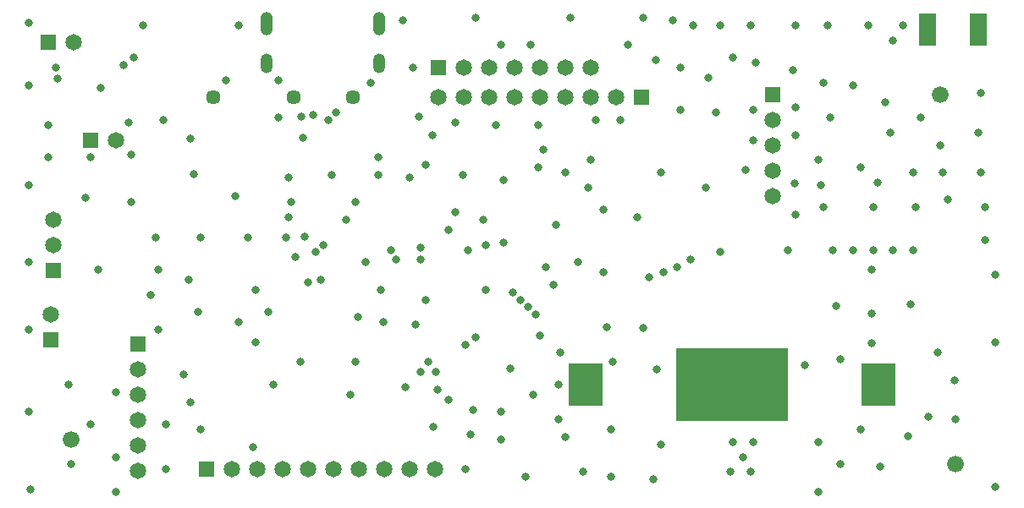
<source format=gbs>
G04*
G04 #@! TF.GenerationSoftware,Altium Limited,Altium Designer,21.6.1 (37)*
G04*
G04 Layer_Color=16711935*
%FSLAX44Y44*%
%MOMM*%
G71*
G04*
G04 #@! TF.SameCoordinates,E457EF80-1144-4942-8A44-04504F566FFE*
G04*
G04*
G04 #@! TF.FilePolarity,Negative*
G04*
G01*
G75*
%ADD65R,1.6740X3.3140*%
%ADD71C,1.6740*%
%ADD72R,1.6500X1.6500*%
%ADD73C,1.6500*%
%ADD74R,1.6500X1.6500*%
G04:AMPARAMS|DCode=75|XSize=1.95mm|YSize=1.25mm|CornerRadius=0.625mm|HoleSize=0mm|Usage=FLASHONLY|Rotation=270.000|XOffset=0mm|YOffset=0mm|HoleType=Round|Shape=RoundedRectangle|*
%AMROUNDEDRECTD75*
21,1,1.9500,0.0000,0,0,270.0*
21,1,0.7000,1.2500,0,0,270.0*
1,1,1.2500,0.0000,-0.3500*
1,1,1.2500,0.0000,0.3500*
1,1,1.2500,0.0000,0.3500*
1,1,1.2500,0.0000,-0.3500*
%
%ADD75ROUNDEDRECTD75*%
G04:AMPARAMS|DCode=76|XSize=2.35mm|YSize=1.25mm|CornerRadius=0.625mm|HoleSize=0mm|Usage=FLASHONLY|Rotation=270.000|XOffset=0mm|YOffset=0mm|HoleType=Round|Shape=RoundedRectangle|*
%AMROUNDEDRECTD76*
21,1,2.3500,0.0000,0,0,270.0*
21,1,1.1000,1.2500,0,0,270.0*
1,1,1.2500,0.0000,-0.5500*
1,1,1.2500,0.0000,0.5500*
1,1,1.2500,0.0000,0.5500*
1,1,1.2500,0.0000,-0.5500*
%
%ADD76ROUNDEDRECTD76*%
%ADD77C,0.8000*%
%ADD78C,1.4500*%
%ADD94R,3.3500X4.3500*%
G36*
X775000Y158500D02*
X663000D01*
Y86500D01*
X775000D01*
Y158500D01*
D02*
G37*
D65*
X965400Y478160D02*
D03*
X914600D02*
D03*
D71*
X57500Y67500D02*
D03*
X927500Y412500D02*
D03*
X942500Y42500D02*
D03*
D72*
X37500Y167100D02*
D03*
X40000Y237100D02*
D03*
X760000Y412900D02*
D03*
X125000Y162900D02*
D03*
D73*
X37500Y192500D02*
D03*
X40000Y262500D02*
D03*
Y287900D02*
D03*
X60400Y465000D02*
D03*
X760000Y311300D02*
D03*
Y336700D02*
D03*
Y362100D02*
D03*
Y387500D02*
D03*
X243800Y37500D02*
D03*
X421600D02*
D03*
X396200D02*
D03*
X370800D02*
D03*
X345400D02*
D03*
X320000D02*
D03*
X294600D02*
D03*
X269200D02*
D03*
X218400D02*
D03*
X577500Y410000D02*
D03*
X552100D02*
D03*
X526700D02*
D03*
X501300D02*
D03*
X475900D02*
D03*
X450500D02*
D03*
X425100D02*
D03*
X602900D02*
D03*
X577500Y440000D02*
D03*
X552100D02*
D03*
X526700D02*
D03*
X501300D02*
D03*
X450500D02*
D03*
X475900D02*
D03*
X102500Y367500D02*
D03*
X125000Y137500D02*
D03*
Y112100D02*
D03*
Y86700D02*
D03*
Y61300D02*
D03*
Y35900D02*
D03*
D74*
X35000Y465000D02*
D03*
X193000Y37500D02*
D03*
X628300Y410000D02*
D03*
X425100Y440000D02*
D03*
X77100Y367500D02*
D03*
D75*
X366000Y444000D02*
D03*
X253600D02*
D03*
D76*
X366000Y484000D02*
D03*
X253600D02*
D03*
D77*
X300000Y392500D02*
D03*
X288022Y390492D02*
D03*
X455000Y257500D02*
D03*
X295000Y225000D02*
D03*
X315000Y387500D02*
D03*
X44297Y429297D02*
D03*
X42500Y440000D02*
D03*
X407500Y247500D02*
D03*
Y260000D02*
D03*
X415000Y145000D02*
D03*
X422500Y135000D02*
D03*
X407500D02*
D03*
X894997Y70560D02*
D03*
X915000Y90000D02*
D03*
X629781Y179590D02*
D03*
X593878Y179887D02*
D03*
X527152Y171731D02*
D03*
X497161Y138446D02*
D03*
X635872Y229929D02*
D03*
X650285Y234963D02*
D03*
X663984Y240155D02*
D03*
X677619Y247619D02*
D03*
X624498Y290370D02*
D03*
X180113Y332888D02*
D03*
X405377Y390777D02*
D03*
X419636Y372334D02*
D03*
X365413Y332604D02*
D03*
X396399Y329567D02*
D03*
X791730Y142291D02*
D03*
X643377Y138075D02*
D03*
X149815Y387392D02*
D03*
X177275Y368646D02*
D03*
X222362Y311268D02*
D03*
X275000Y290000D02*
D03*
X291352Y270376D02*
D03*
X282500Y250000D02*
D03*
X435000Y277500D02*
D03*
X982500Y232500D02*
D03*
X858594Y237675D02*
D03*
X822733Y201300D02*
D03*
X858844Y164290D02*
D03*
X858855Y193242D02*
D03*
X357500Y425000D02*
D03*
X265000Y427500D02*
D03*
X390000Y487500D02*
D03*
X462500Y490000D02*
D03*
X557500D02*
D03*
X630000D02*
D03*
X660000Y487500D02*
D03*
X577500Y347500D02*
D03*
X530000Y357500D02*
D03*
X542500Y282500D02*
D03*
X575000Y320000D02*
D03*
X525000Y382500D02*
D03*
X490000Y265000D02*
D03*
X472500Y217500D02*
D03*
X775000Y257500D02*
D03*
X392192Y119853D02*
D03*
X424692Y117353D02*
D03*
X827500Y147500D02*
D03*
X897500Y202500D02*
D03*
X545000Y122500D02*
D03*
X925000Y155000D02*
D03*
X847500Y77500D02*
D03*
X972500Y267500D02*
D03*
X781625Y324045D02*
D03*
X732500Y337500D02*
D03*
X680000Y482500D02*
D03*
X695000Y430000D02*
D03*
X177500Y105000D02*
D03*
X318759Y332389D02*
D03*
X365000Y350000D02*
D03*
X520000Y112500D02*
D03*
X87500Y420000D02*
D03*
X175000Y227500D02*
D03*
X450000Y332500D02*
D03*
X487500Y462500D02*
D03*
X517500D02*
D03*
X615000D02*
D03*
X642500Y447500D02*
D03*
X740000Y367500D02*
D03*
Y397500D02*
D03*
X702500Y395000D02*
D03*
X707500Y482500D02*
D03*
X720000Y450000D02*
D03*
X742500Y445000D02*
D03*
X737500Y482500D02*
D03*
X782500D02*
D03*
X815000D02*
D03*
X855000D02*
D03*
X890000D02*
D03*
X880000Y467500D02*
D03*
X780000Y437500D02*
D03*
X782500Y372500D02*
D03*
Y400000D02*
D03*
X810000Y425000D02*
D03*
X872500Y405000D02*
D03*
X805000Y347500D02*
D03*
X817500Y390000D02*
D03*
X877500Y375000D02*
D03*
X907500Y390000D02*
D03*
X967500Y415000D02*
D03*
X847500Y340000D02*
D03*
X927500Y362500D02*
D03*
X965000Y375000D02*
D03*
X930000Y335000D02*
D03*
X967500D02*
D03*
X972500Y300000D02*
D03*
X935000Y307500D02*
D03*
X900000Y335000D02*
D03*
X810000Y300000D02*
D03*
X902500D02*
D03*
X860000D02*
D03*
X865000Y325000D02*
D03*
X807500Y322500D02*
D03*
X782500Y292500D02*
D03*
X982500Y165000D02*
D03*
Y20000D02*
D03*
X942004Y126697D02*
D03*
X942615Y88189D02*
D03*
X867648Y119450D02*
D03*
X867500Y40000D02*
D03*
X805000Y15000D02*
D03*
X827500Y42500D02*
D03*
X805000Y65000D02*
D03*
X737500Y35000D02*
D03*
X717500D02*
D03*
X720000Y65000D02*
D03*
X740000D02*
D03*
X647500Y62500D02*
D03*
X640000Y27500D02*
D03*
X730000Y50000D02*
D03*
X597500Y77500D02*
D03*
X552500Y70000D02*
D03*
X570000Y35000D02*
D03*
X512500Y30000D02*
D03*
X452500Y37500D02*
D03*
X460000Y97500D02*
D03*
X487500Y67500D02*
D03*
X457500Y72500D02*
D03*
X487500Y95000D02*
D03*
X545000Y87500D02*
D03*
X597500Y30000D02*
D03*
X600000Y145000D02*
D03*
X547500Y155000D02*
D03*
X707500Y255000D02*
D03*
X692500Y320000D02*
D03*
X647500Y335000D02*
D03*
X590000Y297500D02*
D03*
Y235000D02*
D03*
X565000Y245000D02*
D03*
X532500Y240000D02*
D03*
X290000Y370000D02*
D03*
X275000Y330000D02*
D03*
X342500Y305000D02*
D03*
X377500Y257500D02*
D03*
X352500Y245000D02*
D03*
X345000Y190000D02*
D03*
X370000Y185000D02*
D03*
X402500Y182500D02*
D03*
X412500Y207500D02*
D03*
X420000Y80000D02*
D03*
X212500Y427500D02*
D03*
X265000Y390000D02*
D03*
X225000Y482500D02*
D03*
X130000D02*
D03*
X400000Y440000D02*
D03*
X490000Y327500D02*
D03*
X482500Y382500D02*
D03*
X84768Y237378D02*
D03*
X145000Y237500D02*
D03*
X137500Y212500D02*
D03*
X145000Y177500D02*
D03*
X170000Y132500D02*
D03*
X152500Y82500D02*
D03*
Y37500D02*
D03*
X240000Y60000D02*
D03*
X337500Y112500D02*
D03*
X242500Y165000D02*
D03*
Y217500D02*
D03*
X225000Y185000D02*
D03*
X255000Y195000D02*
D03*
X260000Y122500D02*
D03*
X287500Y145000D02*
D03*
X102500Y115000D02*
D03*
Y50000D02*
D03*
X57500Y42500D02*
D03*
X55000Y122500D02*
D03*
X77500Y82500D02*
D03*
X102500Y15000D02*
D03*
X17500Y17500D02*
D03*
X15000Y95000D02*
D03*
Y177500D02*
D03*
Y245000D02*
D03*
Y322500D02*
D03*
Y422500D02*
D03*
Y485000D02*
D03*
X35000Y382500D02*
D03*
X72500Y310000D02*
D03*
X115000Y385000D02*
D03*
X117500Y352500D02*
D03*
X77500Y350000D02*
D03*
X35000D02*
D03*
X117500Y305000D02*
D03*
X272500Y270000D02*
D03*
X582500Y387500D02*
D03*
X472500Y262500D02*
D03*
X442500Y295000D02*
D03*
X310000Y262500D02*
D03*
X470000Y287500D02*
D03*
X412500Y342500D02*
D03*
X332500Y287500D02*
D03*
X462500Y170000D02*
D03*
X302500Y255000D02*
D03*
X880000Y257500D02*
D03*
X900000D02*
D03*
X860000D02*
D03*
X367500Y217500D02*
D03*
X435000Y107500D02*
D03*
X607500Y387500D02*
D03*
X442500Y385000D02*
D03*
X840000Y257500D02*
D03*
X820000D02*
D03*
X667500Y397500D02*
D03*
X525000Y340000D02*
D03*
X452500Y162500D02*
D03*
X522500Y192500D02*
D03*
X515000Y200000D02*
D03*
X507500Y207500D02*
D03*
X540000Y222500D02*
D03*
X500000Y215000D02*
D03*
X840000Y422500D02*
D03*
X552500Y335000D02*
D03*
X667500Y440000D02*
D03*
X277500Y305000D02*
D03*
X382500Y247500D02*
D03*
X142500Y270000D02*
D03*
X187500D02*
D03*
X235000D02*
D03*
X120000Y450000D02*
D03*
X342500Y145000D02*
D03*
X307500Y227500D02*
D03*
X185000Y195000D02*
D03*
X187500Y77500D02*
D03*
X110000Y442500D02*
D03*
X322500Y395000D02*
D03*
D78*
X340000Y410000D02*
D03*
X200000D02*
D03*
X280000D02*
D03*
D94*
X572500Y122500D02*
D03*
X865500D02*
D03*
M02*

</source>
